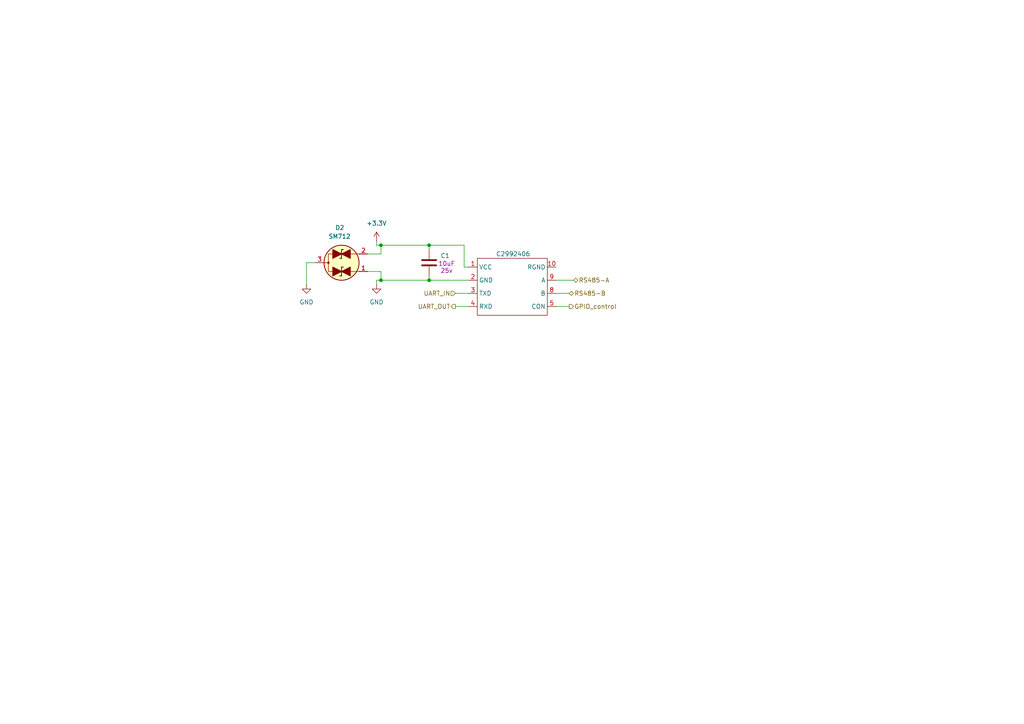
<source format=kicad_sch>
(kicad_sch
	(version 20250114)
	(generator "eeschema")
	(generator_version "9.0")
	(uuid "de6b07a4-1c5d-4532-9ecd-5c069974fae3")
	(paper "A4")
	(lib_symbols
		(symbol "PCM_Capacitor_US_AKL:C_1206"
			(pin_numbers
				(hide yes)
			)
			(pin_names
				(offset 0.254)
			)
			(exclude_from_sim no)
			(in_bom yes)
			(on_board yes)
			(property "Reference" "C"
				(at 0.635 2.54 0)
				(effects
					(font
						(size 1.27 1.27)
					)
					(justify left)
				)
			)
			(property "Value" "C_1206"
				(at 0.635 -2.54 0)
				(effects
					(font
						(size 1.27 1.27)
					)
					(justify left)
				)
			)
			(property "Footprint" "PCM_Capacitor_SMD_AKL:C_1206_3216Metric"
				(at 0.9652 -3.81 0)
				(effects
					(font
						(size 1.27 1.27)
					)
					(hide yes)
				)
			)
			(property "Datasheet" "~"
				(at 0 0 0)
				(effects
					(font
						(size 1.27 1.27)
					)
					(hide yes)
				)
			)
			(property "Description" "SMD 1206 MLCC capacitor, Alternate KiCad Library"
				(at 0 0 0)
				(effects
					(font
						(size 1.27 1.27)
					)
					(hide yes)
				)
			)
			(property "ki_keywords" "cap capacitor ceramic chip mlcc smd 1206"
				(at 0 0 0)
				(effects
					(font
						(size 1.27 1.27)
					)
					(hide yes)
				)
			)
			(property "ki_fp_filters" "C_*"
				(at 0 0 0)
				(effects
					(font
						(size 1.27 1.27)
					)
					(hide yes)
				)
			)
			(symbol "C_1206_0_1"
				(polyline
					(pts
						(xy -2.032 0.762) (xy 2.032 0.762)
					)
					(stroke
						(width 0.508)
						(type default)
					)
					(fill
						(type none)
					)
				)
				(polyline
					(pts
						(xy -2.032 -0.762) (xy 2.032 -0.762)
					)
					(stroke
						(width 0.508)
						(type default)
					)
					(fill
						(type none)
					)
				)
			)
			(symbol "C_1206_0_2"
				(polyline
					(pts
						(xy -2.54 -2.54) (xy -0.381 -0.381)
					)
					(stroke
						(width 0)
						(type default)
					)
					(fill
						(type none)
					)
				)
				(polyline
					(pts
						(xy -0.508 -0.508) (xy -1.651 0.635)
					)
					(stroke
						(width 0.508)
						(type default)
					)
					(fill
						(type none)
					)
				)
				(polyline
					(pts
						(xy -0.508 -0.508) (xy 0.635 -1.651)
					)
					(stroke
						(width 0.508)
						(type default)
					)
					(fill
						(type none)
					)
				)
				(polyline
					(pts
						(xy 0.381 0.381) (xy 2.54 2.54)
					)
					(stroke
						(width 0)
						(type default)
					)
					(fill
						(type none)
					)
				)
				(polyline
					(pts
						(xy 0.508 0.508) (xy -0.635 1.651)
					)
					(stroke
						(width 0.508)
						(type default)
					)
					(fill
						(type none)
					)
				)
				(polyline
					(pts
						(xy 0.508 0.508) (xy 1.651 -0.635)
					)
					(stroke
						(width 0.508)
						(type default)
					)
					(fill
						(type none)
					)
				)
			)
			(symbol "C_1206_1_1"
				(pin passive line
					(at 0 3.81 270)
					(length 2.794)
					(name "~"
						(effects
							(font
								(size 1.27 1.27)
							)
						)
					)
					(number "1"
						(effects
							(font
								(size 1.27 1.27)
							)
						)
					)
				)
				(pin passive line
					(at 0 -3.81 90)
					(length 2.794)
					(name "~"
						(effects
							(font
								(size 1.27 1.27)
							)
						)
					)
					(number "2"
						(effects
							(font
								(size 1.27 1.27)
							)
						)
					)
				)
			)
			(symbol "C_1206_1_2"
				(pin passive line
					(at -2.54 -2.54 90)
					(length 0)
					(name "~"
						(effects
							(font
								(size 1.27 1.27)
							)
						)
					)
					(number "2"
						(effects
							(font
								(size 1.27 1.27)
							)
						)
					)
				)
				(pin passive line
					(at 2.54 2.54 270)
					(length 0)
					(name "~"
						(effects
							(font
								(size 1.27 1.27)
							)
						)
					)
					(number "1"
						(effects
							(font
								(size 1.27 1.27)
							)
						)
					)
				)
			)
			(embedded_fonts no)
		)
		(symbol "PCM_Diode_TVS_AKL:SM712"
			(pin_names
				(offset 1.016)
				(hide yes)
			)
			(exclude_from_sim no)
			(in_bom yes)
			(on_board yes)
			(property "Reference" "D"
				(at 0 8.89 0)
				(effects
					(font
						(size 1.27 1.27)
					)
				)
			)
			(property "Value" "SM712"
				(at 0 6.35 0)
				(effects
					(font
						(size 1.27 1.27)
					)
				)
			)
			(property "Footprint" "PCM_Package_TO_SOT_SMD_AKL:SOT-23"
				(at 0 8.89 0)
				(effects
					(font
						(size 1.27 1.27)
					)
					(hide yes)
				)
			)
			(property "Datasheet" "https://www.tme.eu/Document/75933fc1842e5f5f3391c0542bf992c7/SM712.pdf"
				(at 0 8.89 0)
				(effects
					(font
						(size 1.27 1.27)
					)
					(hide yes)
				)
			)
			(property "Description" "SOT-23 Dual bidirectional TVS diode, 12V/7V, 600W, Alternate KiCAD Library"
				(at 0 0 0)
				(effects
					(font
						(size 1.27 1.27)
					)
					(hide yes)
				)
			)
			(property "ki_keywords" "dual tvs diode bidirectional SM712"
				(at 0 0 0)
				(effects
					(font
						(size 1.27 1.27)
					)
					(hide yes)
				)
			)
			(symbol "SM712_0_1"
				(polyline
					(pts
						(xy -6.35 0) (xy -3.81 0)
					)
					(stroke
						(width 0)
						(type default)
					)
					(fill
						(type none)
					)
				)
				(circle
					(center -3.81 0)
					(radius 0.254)
					(stroke
						(width 0)
						(type default)
					)
					(fill
						(type outline)
					)
				)
				(polyline
					(pts
						(xy -2.54 2.54) (xy -3.81 2.54) (xy -3.81 -2.54) (xy -2.54 -2.54)
					)
					(stroke
						(width 0)
						(type default)
					)
					(fill
						(type none)
					)
				)
				(circle
					(center 0 0)
					(radius 5.08)
					(stroke
						(width 0.254)
						(type default)
					)
					(fill
						(type background)
					)
				)
				(polyline
					(pts
						(xy 2.54 2.54) (xy 5.08 2.54)
					)
					(stroke
						(width 0)
						(type default)
					)
					(fill
						(type none)
					)
				)
				(polyline
					(pts
						(xy 2.54 -2.54) (xy 5.08 -2.54)
					)
					(stroke
						(width 0)
						(type default)
					)
					(fill
						(type none)
					)
				)
			)
			(symbol "SM712_0_2"
				(polyline
					(pts
						(xy -2.54 5.08) (xy -2.54 -5.08)
					)
					(stroke
						(width 0.254)
						(type default)
					)
					(fill
						(type none)
					)
				)
				(polyline
					(pts
						(xy -2.54 0) (xy 0 0)
					)
					(stroke
						(width 0)
						(type default)
					)
					(fill
						(type none)
					)
				)
				(polyline
					(pts
						(xy 0 6.35) (xy 0 7.62)
					)
					(stroke
						(width 0)
						(type default)
					)
					(fill
						(type none)
					)
				)
				(arc
					(start -2.54 5.08)
					(mid 0 7.5976)
					(end 2.54 5.08)
					(stroke
						(width 0.254)
						(type default)
					)
					(fill
						(type none)
					)
				)
				(polyline
					(pts
						(xy 0 1.27) (xy 0 -1.27)
					)
					(stroke
						(width 0)
						(type default)
					)
					(fill
						(type none)
					)
				)
				(circle
					(center 0 0)
					(radius 0.254)
					(stroke
						(width 0)
						(type default)
					)
					(fill
						(type outline)
					)
				)
				(arc
					(start 2.54 -5.08)
					(mid 0 -7.5976)
					(end -2.54 -5.08)
					(stroke
						(width 0.254)
						(type default)
					)
					(fill
						(type none)
					)
				)
				(polyline
					(pts
						(xy 0 -6.35) (xy 0 -7.62)
					)
					(stroke
						(width 0)
						(type default)
					)
					(fill
						(type none)
					)
				)
				(polyline
					(pts
						(xy 0 -7.62) (xy -1.016 -7.366) (xy -1.778 -6.858) (xy -2.286 -6.096) (xy -2.54 -5.588) (xy -2.54 5.334)
						(xy -2.286 6.096) (xy -2.032 6.604) (xy -1.524 7.112) (xy -0.254 7.62) (xy 0.254 7.62) (xy 1.524 7.112)
						(xy 2.032 6.604) (xy 2.286 6.096) (xy 2.54 5.334) (xy 2.54 0.254) (xy 2.54 -5.334) (xy 2.286 -6.096)
						(xy 2.032 -6.604) (xy 1.524 -7.112) (xy 1.016 -7.366) (xy 0 -7.62)
					)
					(stroke
						(width 0.01)
						(type default)
					)
					(fill
						(type background)
					)
				)
				(polyline
					(pts
						(xy 2.54 -5.08) (xy 2.54 5.08)
					)
					(stroke
						(width 0.254)
						(type default)
					)
					(fill
						(type none)
					)
				)
			)
			(symbol "SM712_1_1"
				(polyline
					(pts
						(xy -2.54 1.27) (xy -2.54 3.81) (xy 0 2.54) (xy -2.54 1.27)
					)
					(stroke
						(width 0.254)
						(type default)
					)
					(fill
						(type outline)
					)
				)
				(polyline
					(pts
						(xy -2.54 -3.81) (xy -2.54 -1.27) (xy 0 -2.54) (xy -2.54 -3.81)
					)
					(stroke
						(width 0.254)
						(type default)
					)
					(fill
						(type outline)
					)
				)
				(polyline
					(pts
						(xy -1.27 2.54) (xy 1.27 2.54)
					)
					(stroke
						(width 0)
						(type default)
					)
					(fill
						(type none)
					)
				)
				(polyline
					(pts
						(xy -1.27 -2.54) (xy 1.27 -2.54)
					)
					(stroke
						(width 0)
						(type default)
					)
					(fill
						(type none)
					)
				)
				(polyline
					(pts
						(xy 0 3.81) (xy 0.508 3.81)
					)
					(stroke
						(width 0.254)
						(type default)
					)
					(fill
						(type none)
					)
				)
				(polyline
					(pts
						(xy 0 2.54) (xy 2.54 1.27) (xy 2.54 3.81) (xy 0 2.54)
					)
					(stroke
						(width 0.254)
						(type default)
					)
					(fill
						(type outline)
					)
				)
				(polyline
					(pts
						(xy 0 1.27) (xy -0.508 1.27)
					)
					(stroke
						(width 0.254)
						(type default)
					)
					(fill
						(type none)
					)
				)
				(polyline
					(pts
						(xy 0 1.27) (xy 0 3.81)
					)
					(stroke
						(width 0.254)
						(type default)
					)
					(fill
						(type none)
					)
				)
				(polyline
					(pts
						(xy 0 -1.27) (xy 0.508 -1.27)
					)
					(stroke
						(width 0.254)
						(type default)
					)
					(fill
						(type none)
					)
				)
				(polyline
					(pts
						(xy 0 -2.54) (xy 2.54 -3.81) (xy 2.54 -1.27) (xy 0 -2.54)
					)
					(stroke
						(width 0.254)
						(type default)
					)
					(fill
						(type outline)
					)
				)
				(polyline
					(pts
						(xy 0 -3.81) (xy -0.508 -3.81)
					)
					(stroke
						(width 0.254)
						(type default)
					)
					(fill
						(type none)
					)
				)
				(polyline
					(pts
						(xy 0 -3.81) (xy 0 -1.27)
					)
					(stroke
						(width 0.254)
						(type default)
					)
					(fill
						(type none)
					)
				)
				(pin passive line
					(at -7.62 0 0)
					(length 2.54)
					(name "Com"
						(effects
							(font
								(size 1.27 1.27)
							)
						)
					)
					(number "3"
						(effects
							(font
								(size 1.27 1.27)
							)
						)
					)
				)
				(pin passive line
					(at 7.62 2.54 180)
					(length 2.54)
					(name "A2"
						(effects
							(font
								(size 1.27 1.27)
							)
						)
					)
					(number "2"
						(effects
							(font
								(size 1.27 1.27)
							)
						)
					)
				)
				(pin passive line
					(at 7.62 -2.54 180)
					(length 2.54)
					(name "A1"
						(effects
							(font
								(size 1.27 1.27)
							)
						)
					)
					(number "1"
						(effects
							(font
								(size 1.27 1.27)
							)
						)
					)
				)
			)
			(symbol "SM712_1_2"
				(polyline
					(pts
						(xy -1.27 3.81) (xy -1.27 4.318)
					)
					(stroke
						(width 0.254)
						(type default)
					)
					(fill
						(type none)
					)
				)
				(polyline
					(pts
						(xy -1.27 -3.81) (xy -1.27 -3.302)
					)
					(stroke
						(width 0.254)
						(type default)
					)
					(fill
						(type none)
					)
				)
				(polyline
					(pts
						(xy 0 3.81) (xy 1.27 6.35) (xy -1.27 6.35) (xy 0 3.81)
					)
					(stroke
						(width 0.254)
						(type default)
					)
					(fill
						(type outline)
					)
				)
				(polyline
					(pts
						(xy 0 -3.81) (xy 1.27 -1.27) (xy -1.27 -1.27) (xy 0 -3.81)
					)
					(stroke
						(width 0.254)
						(type default)
					)
					(fill
						(type outline)
					)
				)
				(polyline
					(pts
						(xy 1.27 3.81) (xy -1.27 3.81)
					)
					(stroke
						(width 0.254)
						(type default)
					)
					(fill
						(type none)
					)
				)
				(polyline
					(pts
						(xy 1.27 3.81) (xy 1.27 3.302)
					)
					(stroke
						(width 0.254)
						(type default)
					)
					(fill
						(type none)
					)
				)
				(polyline
					(pts
						(xy 1.27 1.27) (xy -1.27 1.27) (xy 0 3.81) (xy 1.27 1.27)
					)
					(stroke
						(width 0.254)
						(type default)
					)
					(fill
						(type outline)
					)
				)
				(polyline
					(pts
						(xy 1.27 -3.81) (xy -1.27 -3.81)
					)
					(stroke
						(width 0.254)
						(type default)
					)
					(fill
						(type none)
					)
				)
				(polyline
					(pts
						(xy 1.27 -3.81) (xy 1.27 -4.318)
					)
					(stroke
						(width 0.254)
						(type default)
					)
					(fill
						(type none)
					)
				)
				(polyline
					(pts
						(xy 1.27 -6.35) (xy -1.27 -6.35) (xy 0 -3.81) (xy 1.27 -6.35)
					)
					(stroke
						(width 0.254)
						(type default)
					)
					(fill
						(type outline)
					)
				)
				(pin passive line
					(at -5.08 0 0)
					(length 2.54)
					(name "Com"
						(effects
							(font
								(size 1.27 1.27)
							)
						)
					)
					(number "3"
						(effects
							(font
								(size 1.27 1.27)
							)
						)
					)
				)
				(pin passive line
					(at 0 10.16 270)
					(length 2.54)
					(name "A2"
						(effects
							(font
								(size 1.27 1.27)
							)
						)
					)
					(number "2"
						(effects
							(font
								(size 1.27 1.27)
							)
						)
					)
				)
				(pin passive line
					(at 0 -10.16 90)
					(length 2.54)
					(name "A1"
						(effects
							(font
								(size 1.27 1.27)
							)
						)
					)
					(number "1"
						(effects
							(font
								(size 1.27 1.27)
							)
						)
					)
				)
			)
			(embedded_fonts no)
		)
		(symbol "PCM_SL_Connectors:C2992406"
			(exclude_from_sim no)
			(in_bom yes)
			(on_board yes)
			(property "Reference" "C2992406"
				(at -31.242 -4.826 0)
				(effects
					(font
						(size 1.27 1.27)
					)
				)
			)
			(property "Value" ""
				(at 0 0 0)
				(effects
					(font
						(size 1.27 1.27)
					)
				)
			)
			(property "Footprint" ""
				(at 0 0 0)
				(effects
					(font
						(size 1.27 1.27)
					)
					(hide yes)
				)
			)
			(property "Datasheet" ""
				(at 0 0 0)
				(effects
					(font
						(size 1.27 1.27)
					)
					(hide yes)
				)
			)
			(property "Description" ""
				(at 0 0 0)
				(effects
					(font
						(size 1.27 1.27)
					)
					(hide yes)
				)
			)
			(symbol "C2992406_0_1"
				(rectangle
					(start -41.91 -6.35)
					(end -21.59 -22.86)
					(stroke
						(width 0)
						(type default)
					)
					(fill
						(type none)
					)
				)
			)
			(symbol "C2992406_1_1"
				(pin power_in line
					(at -44.45 -8.89 0)
					(length 2.54)
					(name "VCC"
						(effects
							(font
								(size 1.27 1.27)
							)
						)
					)
					(number "1"
						(effects
							(font
								(size 1.27 1.27)
							)
						)
					)
				)
				(pin bidirectional line
					(at -44.45 -12.7 0)
					(length 2.54)
					(name "GND"
						(effects
							(font
								(size 1.27 1.27)
							)
						)
					)
					(number "2"
						(effects
							(font
								(size 1.27 1.27)
							)
						)
					)
				)
				(pin bidirectional line
					(at -44.45 -16.51 0)
					(length 2.54)
					(name "TXD"
						(effects
							(font
								(size 1.27 1.27)
							)
						)
					)
					(number "3"
						(effects
							(font
								(size 1.27 1.27)
							)
						)
					)
				)
				(pin bidirectional line
					(at -44.45 -20.32 0)
					(length 2.54)
					(name "RXD"
						(effects
							(font
								(size 1.27 1.27)
							)
						)
					)
					(number "4"
						(effects
							(font
								(size 1.27 1.27)
							)
						)
					)
				)
				(pin bidirectional line
					(at -19.05 -8.89 180)
					(length 2.54)
					(name "RGND"
						(effects
							(font
								(size 1.27 1.27)
							)
						)
					)
					(number "10"
						(effects
							(font
								(size 1.27 1.27)
							)
						)
					)
				)
				(pin bidirectional line
					(at -19.05 -12.7 180)
					(length 2.54)
					(name "A"
						(effects
							(font
								(size 1.27 1.27)
							)
						)
					)
					(number "9"
						(effects
							(font
								(size 1.27 1.27)
							)
						)
					)
				)
				(pin bidirectional line
					(at -19.05 -16.51 180)
					(length 2.54)
					(name "B"
						(effects
							(font
								(size 1.27 1.27)
							)
						)
					)
					(number "8"
						(effects
							(font
								(size 1.27 1.27)
							)
						)
					)
				)
				(pin bidirectional line
					(at -19.05 -20.32 180)
					(length 2.54)
					(name "CON"
						(effects
							(font
								(size 1.27 1.27)
							)
						)
					)
					(number "5"
						(effects
							(font
								(size 1.27 1.27)
							)
						)
					)
				)
			)
			(embedded_fonts no)
		)
		(symbol "power:+3.3V"
			(power)
			(pin_numbers
				(hide yes)
			)
			(pin_names
				(offset 0)
				(hide yes)
			)
			(exclude_from_sim no)
			(in_bom yes)
			(on_board yes)
			(property "Reference" "#PWR"
				(at 0 -3.81 0)
				(effects
					(font
						(size 1.27 1.27)
					)
					(hide yes)
				)
			)
			(property "Value" "+3.3V"
				(at 0 3.556 0)
				(effects
					(font
						(size 1.27 1.27)
					)
				)
			)
			(property "Footprint" ""
				(at 0 0 0)
				(effects
					(font
						(size 1.27 1.27)
					)
					(hide yes)
				)
			)
			(property "Datasheet" ""
				(at 0 0 0)
				(effects
					(font
						(size 1.27 1.27)
					)
					(hide yes)
				)
			)
			(property "Description" "Power symbol creates a global label with name \"+3.3V\""
				(at 0 0 0)
				(effects
					(font
						(size 1.27 1.27)
					)
					(hide yes)
				)
			)
			(property "ki_keywords" "global power"
				(at 0 0 0)
				(effects
					(font
						(size 1.27 1.27)
					)
					(hide yes)
				)
			)
			(symbol "+3.3V_0_1"
				(polyline
					(pts
						(xy -0.762 1.27) (xy 0 2.54)
					)
					(stroke
						(width 0)
						(type default)
					)
					(fill
						(type none)
					)
				)
				(polyline
					(pts
						(xy 0 2.54) (xy 0.762 1.27)
					)
					(stroke
						(width 0)
						(type default)
					)
					(fill
						(type none)
					)
				)
				(polyline
					(pts
						(xy 0 0) (xy 0 2.54)
					)
					(stroke
						(width 0)
						(type default)
					)
					(fill
						(type none)
					)
				)
			)
			(symbol "+3.3V_1_1"
				(pin power_in line
					(at 0 0 90)
					(length 0)
					(name "~"
						(effects
							(font
								(size 1.27 1.27)
							)
						)
					)
					(number "1"
						(effects
							(font
								(size 1.27 1.27)
							)
						)
					)
				)
			)
			(embedded_fonts no)
		)
		(symbol "power:GND"
			(power)
			(pin_numbers
				(hide yes)
			)
			(pin_names
				(offset 0)
				(hide yes)
			)
			(exclude_from_sim no)
			(in_bom yes)
			(on_board yes)
			(property "Reference" "#PWR"
				(at 0 -6.35 0)
				(effects
					(font
						(size 1.27 1.27)
					)
					(hide yes)
				)
			)
			(property "Value" "GND"
				(at 0 -3.81 0)
				(effects
					(font
						(size 1.27 1.27)
					)
				)
			)
			(property "Footprint" ""
				(at 0 0 0)
				(effects
					(font
						(size 1.27 1.27)
					)
					(hide yes)
				)
			)
			(property "Datasheet" ""
				(at 0 0 0)
				(effects
					(font
						(size 1.27 1.27)
					)
					(hide yes)
				)
			)
			(property "Description" "Power symbol creates a global label with name \"GND\" , ground"
				(at 0 0 0)
				(effects
					(font
						(size 1.27 1.27)
					)
					(hide yes)
				)
			)
			(property "ki_keywords" "global power"
				(at 0 0 0)
				(effects
					(font
						(size 1.27 1.27)
					)
					(hide yes)
				)
			)
			(symbol "GND_0_1"
				(polyline
					(pts
						(xy 0 0) (xy 0 -1.27) (xy 1.27 -1.27) (xy 0 -2.54) (xy -1.27 -1.27) (xy 0 -1.27)
					)
					(stroke
						(width 0)
						(type default)
					)
					(fill
						(type none)
					)
				)
			)
			(symbol "GND_1_1"
				(pin power_in line
					(at 0 0 270)
					(length 0)
					(name "~"
						(effects
							(font
								(size 1.27 1.27)
							)
						)
					)
					(number "1"
						(effects
							(font
								(size 1.27 1.27)
							)
						)
					)
				)
			)
			(embedded_fonts no)
		)
	)
	(junction
		(at 110.49 71.12)
		(diameter 0)
		(color 0 0 0 0)
		(uuid "2cbdf788-74e9-4627-b2c0-f3b908058e03")
	)
	(junction
		(at 124.46 81.28)
		(diameter 0)
		(color 0 0 0 0)
		(uuid "3e2deec0-823e-48a4-b579-9f86dc1f9aea")
	)
	(junction
		(at 110.49 81.28)
		(diameter 0)
		(color 0 0 0 0)
		(uuid "e16ffef9-642c-48ba-9833-8289a73d28c5")
	)
	(junction
		(at 124.46 71.12)
		(diameter 0)
		(color 0 0 0 0)
		(uuid "e21bcdf2-0513-4afd-9dfa-c07aef216721")
	)
	(wire
		(pts
			(xy 110.49 73.66) (xy 110.49 71.12)
		)
		(stroke
			(width 0)
			(type default)
		)
		(uuid "06a59cd2-fa00-4029-b2f3-063f07d317c2")
	)
	(wire
		(pts
			(xy 109.22 81.28) (xy 110.49 81.28)
		)
		(stroke
			(width 0)
			(type default)
		)
		(uuid "166b11fb-01a4-44cd-943b-8eca246a6b22")
	)
	(wire
		(pts
			(xy 110.49 81.28) (xy 124.46 81.28)
		)
		(stroke
			(width 0)
			(type default)
		)
		(uuid "177d6b84-0a69-4eaf-8584-86e840d3c7c1")
	)
	(wire
		(pts
			(xy 124.46 81.28) (xy 135.89 81.28)
		)
		(stroke
			(width 0)
			(type default)
		)
		(uuid "1dba6627-826a-41d3-b42d-f0647bde8e98")
	)
	(wire
		(pts
			(xy 134.62 77.47) (xy 135.89 77.47)
		)
		(stroke
			(width 0)
			(type default)
		)
		(uuid "27dd6ba8-6403-42dd-ad60-a618235b8b65")
	)
	(wire
		(pts
			(xy 132.08 85.09) (xy 135.89 85.09)
		)
		(stroke
			(width 0)
			(type default)
		)
		(uuid "2df66431-79e8-47ab-903b-30d3c76c4050")
	)
	(wire
		(pts
			(xy 124.46 80.01) (xy 124.46 81.28)
		)
		(stroke
			(width 0)
			(type default)
		)
		(uuid "2fb266f1-c7aa-4e48-9ce1-bfba663b5534")
	)
	(wire
		(pts
			(xy 106.68 78.74) (xy 110.49 78.74)
		)
		(stroke
			(width 0)
			(type default)
		)
		(uuid "40e8fe79-c485-4645-9231-6e609f9a4584")
	)
	(wire
		(pts
			(xy 134.62 71.12) (xy 124.46 71.12)
		)
		(stroke
			(width 0)
			(type default)
		)
		(uuid "43122d0c-a5ac-4cfb-8bfe-070b4fa6db0e")
	)
	(wire
		(pts
			(xy 91.44 76.2) (xy 88.9 76.2)
		)
		(stroke
			(width 0)
			(type default)
		)
		(uuid "58b9051b-cb6c-4e97-8477-8297ba85d168")
	)
	(wire
		(pts
			(xy 109.22 81.28) (xy 109.22 82.55)
		)
		(stroke
			(width 0)
			(type default)
		)
		(uuid "7f266129-8436-4664-b0d5-ed873d96740a")
	)
	(wire
		(pts
			(xy 88.9 76.2) (xy 88.9 82.55)
		)
		(stroke
			(width 0)
			(type default)
		)
		(uuid "8612bdc3-49c4-40be-9a9b-fbebfac6d139")
	)
	(wire
		(pts
			(xy 161.29 81.28) (xy 166.37 81.28)
		)
		(stroke
			(width 0)
			(type default)
		)
		(uuid "97e9e6aa-5996-4511-83fa-29e5b8cf0b4d")
	)
	(wire
		(pts
			(xy 106.68 73.66) (xy 110.49 73.66)
		)
		(stroke
			(width 0)
			(type default)
		)
		(uuid "b387c6d8-3530-4c62-b51c-82324672b534")
	)
	(wire
		(pts
			(xy 132.08 88.9) (xy 135.89 88.9)
		)
		(stroke
			(width 0)
			(type default)
		)
		(uuid "b6528e89-0f61-482c-aebf-6954f72525f6")
	)
	(wire
		(pts
			(xy 161.29 85.09) (xy 165.1 85.09)
		)
		(stroke
			(width 0)
			(type default)
		)
		(uuid "c9251bf5-551a-4197-a3bb-5383ad7369d4")
	)
	(wire
		(pts
			(xy 134.62 71.12) (xy 134.62 77.47)
		)
		(stroke
			(width 0)
			(type default)
		)
		(uuid "ca8c6508-97c0-4508-a045-55eda301df86")
	)
	(wire
		(pts
			(xy 110.49 71.12) (xy 109.22 71.12)
		)
		(stroke
			(width 0)
			(type default)
		)
		(uuid "cc9384a6-26a4-430b-a801-285825864d50")
	)
	(wire
		(pts
			(xy 161.29 88.9) (xy 165.1 88.9)
		)
		(stroke
			(width 0)
			(type default)
		)
		(uuid "d469aa7c-3a89-4d55-94eb-10209aa9c265")
	)
	(wire
		(pts
			(xy 124.46 71.12) (xy 110.49 71.12)
		)
		(stroke
			(width 0)
			(type default)
		)
		(uuid "d71c738e-934c-4a3d-a512-06b1ecff89cf")
	)
	(wire
		(pts
			(xy 110.49 78.74) (xy 110.49 81.28)
		)
		(stroke
			(width 0)
			(type default)
		)
		(uuid "ec5f4b22-0591-4015-b8a2-f96d93e596e8")
	)
	(wire
		(pts
			(xy 124.46 71.12) (xy 124.46 72.39)
		)
		(stroke
			(width 0)
			(type default)
		)
		(uuid "f3060bd7-68d7-4c3e-8cda-b2860b34e32f")
	)
	(wire
		(pts
			(xy 109.22 69.85) (xy 109.22 71.12)
		)
		(stroke
			(width 0)
			(type default)
		)
		(uuid "f6f81d69-7a6e-402d-83f6-7fe423b8ef1a")
	)
	(hierarchical_label "GPIO_control"
		(shape output)
		(at 165.1 88.9 0)
		(effects
			(font
				(size 1.27 1.27)
			)
			(justify left)
		)
		(uuid "18507192-e161-45cf-82c8-cbd7068515cc")
	)
	(hierarchical_label "RS485-B"
		(shape bidirectional)
		(at 165.1 85.09 0)
		(effects
			(font
				(size 1.27 1.27)
			)
			(justify left)
		)
		(uuid "81248eec-7a2d-417f-b12c-b2a59e65661f")
	)
	(hierarchical_label "UART_OUT"
		(shape output)
		(at 132.08 88.9 180)
		(effects
			(font
				(size 1.27 1.27)
			)
			(justify right)
		)
		(uuid "943f744e-4cd9-483b-9f95-71a797f65d13")
	)
	(hierarchical_label "UART_IN"
		(shape input)
		(at 132.08 85.09 180)
		(effects
			(font
				(size 1.27 1.27)
			)
			(justify right)
		)
		(uuid "b2a3fc5f-3c7a-4130-a652-4103b2bf6816")
	)
	(hierarchical_label "RS485-A"
		(shape bidirectional)
		(at 166.37 81.28 0)
		(effects
			(font
				(size 1.27 1.27)
			)
			(justify left)
		)
		(uuid "d0774674-3885-42c8-b643-023890028cbf")
	)
	(symbol
		(lib_id "power:+3.3V")
		(at 109.22 69.85 0)
		(unit 1)
		(exclude_from_sim no)
		(in_bom yes)
		(on_board yes)
		(dnp no)
		(fields_autoplaced yes)
		(uuid "001b46e3-1bd9-459c-a140-91c6d90dff5a")
		(property "Reference" "#PWR08"
			(at 109.22 73.66 0)
			(effects
				(font
					(size 1.27 1.27)
				)
				(hide yes)
			)
		)
		(property "Value" "+3.3V"
			(at 109.22 64.77 0)
			(effects
				(font
					(size 1.27 1.27)
				)
			)
		)
		(property "Footprint" ""
			(at 109.22 69.85 0)
			(effects
				(font
					(size 1.27 1.27)
				)
				(hide yes)
			)
		)
		(property "Datasheet" ""
			(at 109.22 69.85 0)
			(effects
				(font
					(size 1.27 1.27)
				)
				(hide yes)
			)
		)
		(property "Description" "Power symbol creates a global label with name \"+3.3V\""
			(at 109.22 69.85 0)
			(effects
				(font
					(size 1.27 1.27)
				)
				(hide yes)
			)
		)
		(pin "1"
			(uuid "4eb29be5-951b-4d58-a7fc-48b966dd0d57")
		)
		(instances
			(project ""
				(path "/42622735-4343-4315-af64-a45701a752b6/711b914f-41ac-411e-bef3-8ade05c9a19b/0e992bd9-df1d-46c0-8773-93ffa0ff8af8"
					(reference "#PWR08")
					(unit 1)
				)
			)
		)
	)
	(symbol
		(lib_id "PCM_Diode_TVS_AKL:SM712")
		(at 99.06 76.2 0)
		(unit 1)
		(exclude_from_sim no)
		(in_bom yes)
		(on_board yes)
		(dnp no)
		(uuid "01b14b32-306a-46d4-b602-52d4c21f2565")
		(property "Reference" "D2"
			(at 98.552 66.04 0)
			(effects
				(font
					(size 1.27 1.27)
				)
			)
		)
		(property "Value" "SM712"
			(at 98.4885 68.58 0)
			(effects
				(font
					(size 1.27 1.27)
				)
			)
		)
		(property "Footprint" "PCM_Package_TO_SOT_SMD_AKL:SOT-23"
			(at 99.06 67.31 0)
			(effects
				(font
					(size 1.27 1.27)
				)
				(hide yes)
			)
		)
		(property "Datasheet" "https://www.tme.eu/Document/75933fc1842e5f5f3391c0542bf992c7/SM712.pdf"
			(at 99.06 67.31 0)
			(effects
				(font
					(size 1.27 1.27)
				)
				(hide yes)
			)
		)
		(property "Description" "SOT-23 Dual bidirectional TVS diode, 12V/7V, 600W, Alternate KiCAD Library"
			(at 99.06 76.2 0)
			(effects
				(font
					(size 1.27 1.27)
				)
				(hide yes)
			)
		)
		(pin "2"
			(uuid "3466a9e8-ea55-45fe-9c87-509be4e2dd1a")
		)
		(pin "3"
			(uuid "f7b36020-6f77-4cad-90e6-843d5bcd412f")
		)
		(pin "1"
			(uuid "4eef2b08-b401-42dd-b15a-e0fdc16a8d23")
		)
		(instances
			(project ""
				(path "/42622735-4343-4315-af64-a45701a752b6/711b914f-41ac-411e-bef3-8ade05c9a19b/0e992bd9-df1d-46c0-8773-93ffa0ff8af8"
					(reference "D2")
					(unit 1)
				)
			)
		)
	)
	(symbol
		(lib_id "PCM_SL_Connectors:C2992406")
		(at 180.34 68.58 0)
		(unit 1)
		(exclude_from_sim no)
		(in_bom yes)
		(on_board yes)
		(dnp no)
		(uuid "6593d205-1831-4aad-9dd5-5dfa17f03b4e")
		(property "Reference" "C2992406"
			(at 148.844 73.66 0)
			(effects
				(font
					(size 1.27 1.27)
				)
			)
		)
		(property "Value" "~"
			(at 148.59 73.66 0)
			(effects
				(font
					(size 1.27 1.27)
				)
			)
		)
		(property "Footprint" "RS485-MODULE:C2992406"
			(at 180.34 68.58 0)
			(effects
				(font
					(size 1.27 1.27)
				)
				(hide yes)
			)
		)
		(property "Datasheet" ""
			(at 180.34 68.58 0)
			(effects
				(font
					(size 1.27 1.27)
				)
				(hide yes)
			)
		)
		(property "Description" ""
			(at 180.34 68.58 0)
			(effects
				(font
					(size 1.27 1.27)
				)
				(hide yes)
			)
		)
		(pin "2"
			(uuid "08e2650c-8e12-482d-95b4-6ca1b9bc8eca")
		)
		(pin "8"
			(uuid "9af9c755-d837-4aaa-a2b2-845a9efea99f")
		)
		(pin "5"
			(uuid "a92e55b3-6f78-44ed-93f2-ca81d647f927")
		)
		(pin "9"
			(uuid "cf5126ae-4e41-494b-a112-e431c4f83524")
		)
		(pin "10"
			(uuid "c5f7f525-21a7-40fc-be62-7261adb4c621")
		)
		(pin "3"
			(uuid "ad3f208b-9dc9-422e-b356-9d0a08256c3b")
		)
		(pin "1"
			(uuid "2e96494b-8802-485d-8b78-2ebcb6c8bce5")
		)
		(pin "4"
			(uuid "514d4a07-b4d0-4a1c-b3a0-9db2507d1cd9")
		)
		(instances
			(project ""
				(path "/42622735-4343-4315-af64-a45701a752b6/711b914f-41ac-411e-bef3-8ade05c9a19b/0e992bd9-df1d-46c0-8773-93ffa0ff8af8"
					(reference "C2992406")
					(unit 1)
				)
			)
		)
	)
	(symbol
		(lib_id "power:GND")
		(at 109.22 82.55 0)
		(unit 1)
		(exclude_from_sim no)
		(in_bom yes)
		(on_board yes)
		(dnp no)
		(fields_autoplaced yes)
		(uuid "66c2d93b-c773-4038-86c7-453e4e8bea00")
		(property "Reference" "#PWR03"
			(at 109.22 88.9 0)
			(effects
				(font
					(size 1.27 1.27)
				)
				(hide yes)
			)
		)
		(property "Value" "GND"
			(at 109.22 87.63 0)
			(effects
				(font
					(size 1.27 1.27)
				)
			)
		)
		(property "Footprint" ""
			(at 109.22 82.55 0)
			(effects
				(font
					(size 1.27 1.27)
				)
				(hide yes)
			)
		)
		(property "Datasheet" ""
			(at 109.22 82.55 0)
			(effects
				(font
					(size 1.27 1.27)
				)
				(hide yes)
			)
		)
		(property "Description" "Power symbol creates a global label with name \"GND\" , ground"
			(at 109.22 82.55 0)
			(effects
				(font
					(size 1.27 1.27)
				)
				(hide yes)
			)
		)
		(pin "1"
			(uuid "a28f1e33-88e9-495c-98bb-ef8e40f8438a")
		)
		(instances
			(project ""
				(path "/42622735-4343-4315-af64-a45701a752b6/711b914f-41ac-411e-bef3-8ade05c9a19b/0e992bd9-df1d-46c0-8773-93ffa0ff8af8"
					(reference "#PWR03")
					(unit 1)
				)
			)
		)
	)
	(symbol
		(lib_id "PCM_Capacitor_US_AKL:C_1206")
		(at 124.46 76.2 0)
		(unit 1)
		(exclude_from_sim no)
		(in_bom yes)
		(on_board yes)
		(dnp no)
		(uuid "d232485a-2ea2-4201-8c44-4b753fb54c35")
		(property "Reference" "C1"
			(at 127.762 74.1679 0)
			(effects
				(font
					(size 1.27 1.27)
				)
				(justify left)
			)
		)
		(property "Value" "C_1206"
			(at 128.27 77.4699 0)
			(effects
				(font
					(size 1.27 1.27)
				)
				(justify left)
				(hide yes)
			)
		)
		(property "Footprint" "PCM_Capacitor_SMD_AKL:C_1206_3216Metric"
			(at 125.4252 80.01 0)
			(effects
				(font
					(size 1.27 1.27)
				)
				(hide yes)
			)
		)
		(property "Datasheet" "~"
			(at 124.46 76.2 0)
			(effects
				(font
					(size 1.27 1.27)
				)
				(hide yes)
			)
		)
		(property "Description" "SMD 1206 MLCC capacitor, Alternate KiCad Library"
			(at 124.46 76.2 0)
			(effects
				(font
					(size 1.27 1.27)
				)
				(hide yes)
			)
		)
		(property "Capacidad" "10uF"
			(at 129.54 76.454 0)
			(effects
				(font
					(size 1.27 1.27)
				)
			)
		)
		(property "Part Number" ""
			(at 124.46 76.2 0)
			(effects
				(font
					(size 1.27 1.27)
				)
			)
		)
		(property "Voltaje" "25v"
			(at 129.54 78.486 0)
			(effects
				(font
					(size 1.27 1.27)
				)
			)
		)
		(pin "2"
			(uuid "2d053342-17c9-46e4-bdfc-3e1448fda59b")
		)
		(pin "1"
			(uuid "99cd83ab-b34f-43b1-8232-a442d15f728f")
		)
		(instances
			(project "Nivara Controls"
				(path "/42622735-4343-4315-af64-a45701a752b6/711b914f-41ac-411e-bef3-8ade05c9a19b/0e992bd9-df1d-46c0-8773-93ffa0ff8af8"
					(reference "C1")
					(unit 1)
				)
			)
		)
	)
	(symbol
		(lib_id "power:GND")
		(at 88.9 82.55 0)
		(unit 1)
		(exclude_from_sim no)
		(in_bom yes)
		(on_board yes)
		(dnp no)
		(fields_autoplaced yes)
		(uuid "ffde48ba-93c7-4fd0-9d51-d9b8bbb60e66")
		(property "Reference" "#PWR013"
			(at 88.9 88.9 0)
			(effects
				(font
					(size 1.27 1.27)
				)
				(hide yes)
			)
		)
		(property "Value" "GND"
			(at 88.9 87.63 0)
			(effects
				(font
					(size 1.27 1.27)
				)
			)
		)
		(property "Footprint" ""
			(at 88.9 82.55 0)
			(effects
				(font
					(size 1.27 1.27)
				)
				(hide yes)
			)
		)
		(property "Datasheet" ""
			(at 88.9 82.55 0)
			(effects
				(font
					(size 1.27 1.27)
				)
				(hide yes)
			)
		)
		(property "Description" "Power symbol creates a global label with name \"GND\" , ground"
			(at 88.9 82.55 0)
			(effects
				(font
					(size 1.27 1.27)
				)
				(hide yes)
			)
		)
		(pin "1"
			(uuid "4ffe4360-5ed2-4f76-a80e-ccefec5892c3")
		)
		(instances
			(project "Nivara Controls"
				(path "/42622735-4343-4315-af64-a45701a752b6/711b914f-41ac-411e-bef3-8ade05c9a19b/0e992bd9-df1d-46c0-8773-93ffa0ff8af8"
					(reference "#PWR013")
					(unit 1)
				)
			)
		)
	)
)

</source>
